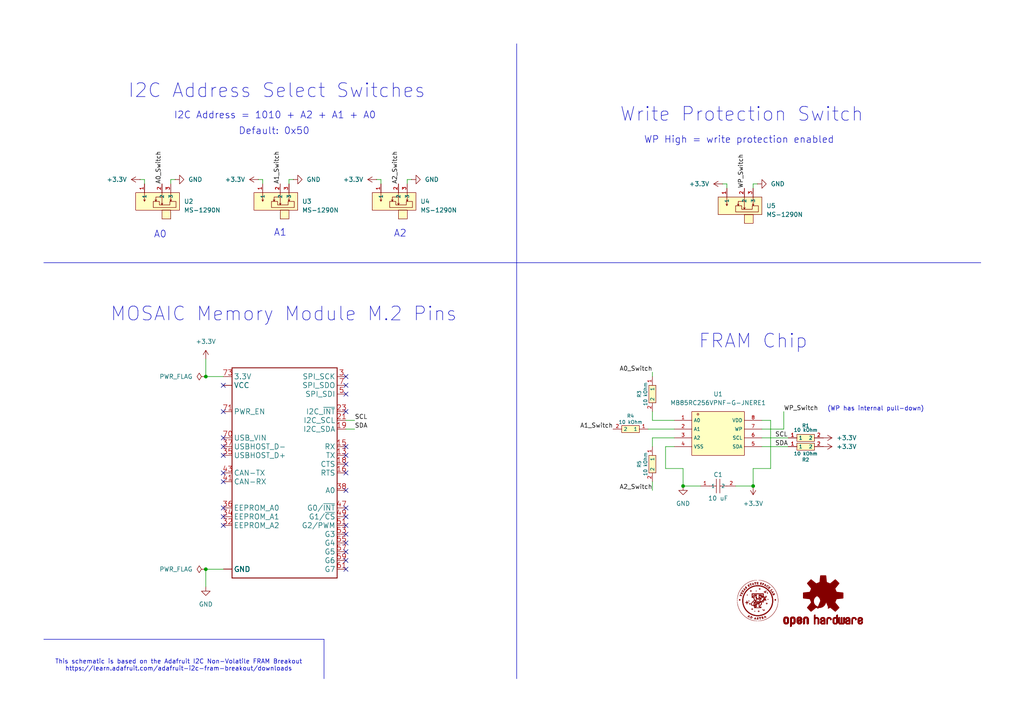
<source format=kicad_sch>
(kicad_sch (version 20250114) (generator "eeschema") (generator_version "9.0")
  (paper "A4")
  (title_block (title "MOSAIC I2C FRAM Memory Module") (date "2025-07-24") (rev "1.0") (company "Texas State Space Lab") (comment 1 "Copyright (c) 2022 - 2025"))
  (lib_symbols
    (symbol "fram_module_symbols:C_10uF_0603"
      (property "Reference" "C" (at 0 3.302 0))
      (property "Value" "10 uF" (at 0 -3.302 0))
      (symbol "C_10uF_0603_0_1"
        (pin unspecified line (at -5.08 0 0) (length 2.54) (name "1") (number "1"))
        (pin unspecified line (at 5.08 0 180) (length 2.54) (name "2") (number "2"))
      )
    )
    (symbol "fram_module_symbols:MB85RC256VPNF_FRAM"
      (property "Reference" "U" (at 0 1.27 0))
      (property "Value" "MB85RC256VPNF-G-JNERE1" (at 0 -7.874 0))
      (symbol "MB85RC256VPNF_FRAM_0_1"
        (pin unspecified line (at -12.7 3.81 0) (length 5.08) (name "A0") (number "1"))
        (pin unspecified line (at -12.7 1.27 0) (length 5.08) (name "A1") (number "2"))
        (pin unspecified line (at -12.7 -1.27 0) (length 5.08) (name "A2") (number "3"))
        (pin unspecified line (at -12.7 -3.81 0) (length 5.08) (name "VSS") (number "4"))
        (pin unspecified line (at 12.7 3.81 180) (length 5.08) (name "VDD") (number "8"))
        (pin unspecified line (at 12.7 1.27 180) (length 5.08) (name "WP") (number "7"))
        (pin unspecified line (at 12.7 -1.27 180) (length 5.08) (name "SCL") (number "6"))
        (pin unspecified line (at 12.7 -3.81 180) (length 5.08) (name "SDA") (number "5"))
      )
    )
    (symbol "fram_module_symbols:R_10kOhm_0603"
      (property "Reference" "R" (at 0 2.286 0))
      (property "Value" "10 kOhm" (at 0 -2.54 0))
      (symbol "R_10kOhm_0603_0_1"
        (pin input line (at -5.08 0 0) (length 2.54) (name "1") (number "1"))
        (pin input line (at 5.08 0 180) (length 2.54) (name "2") (number "2"))
      )
    )
    (symbol "fram_module_symbols:SMD_slide_switch"
      (property "Reference" "U" (at -8.636 0 0))
      (property "Value" "MS-1290N" (at 0 -6.858 0))
      (symbol "SMD_slide_switch_1_1"
        (pin unspecified line (at -5.08 5.08 270) (length 2.54) (name "1") (number "1"))
        (pin unspecified line (at 0 5.08 270) (length 2.54) (name "2") (number "2"))
        (pin unspecified line (at 2.54 5.08 270) (length 2.54) (name "3") (number "3"))
      )
    )
    (symbol "fram_module_symbols:mosaic_memory_standard"
      (symbol "mosaic_memory_standard_1_0"
        (pin bidirectional line (at -17.78 25.4 0) (length 2.54) (name "3.3V") (number "73"))
        (pin bidirectional line (at -17.78 22.86 0) (length 2.54) (name "VCC") (number "72"))
        (pin bidirectional line (at -17.78 22.86 0) (length 2.54) (name "VCC") (number "74"))
        (pin bidirectional line (at -17.78 15.24 0) (length 2.54) (name "PWR_EN") (number "71"))
        (pin bidirectional line (at -17.78 7.62 0) (length 2.54) (name "USB_VIN") (number "70"))
        (pin bidirectional line (at -17.78 5.08 0) (length 2.54) (name "USBHOST_D-") (number "37"))
        (pin bidirectional line (at -17.78 2.54 0) (length 2.54) (name "USBHOST_D+") (number "35"))
        (pin bidirectional line (at -17.78 -2.54 0) (length 2.54) (name "CAN-TX") (number "43"))
        (pin bidirectional line (at -17.78 -5.08 0) (length 2.54) (name "CAN-RX") (number "41"))
        (pin bidirectional line (at -17.78 -12.7 0) (length 2.54) (name "EEPROM_A0") (number "36"))
        (pin bidirectional line (at -17.78 -15.24 0) (length 2.54) (name "EEPROM_A1") (number "34"))
        (pin bidirectional line (at -17.78 -17.78 0) (length 2.54) (name "EEPROM_A2") (number "32"))
        (pin bidirectional line (at -17.78 -30.48 0) (length 2.54) (name "GND") (number "1"))
        (pin bidirectional line (at -17.78 -30.48 0) (length 2.54) (name "GND") (number "33"))
        (pin bidirectional line (at -17.78 -30.48 0) (length 2.54) (name "GND") (number "39"))
        (pin bidirectional line (at -17.78 -30.48 0) (length 2.54) (name "GND") (number "45"))
        (pin bidirectional line (at -17.78 -30.48 0) (length 2.54) (name "GND") (number "75"))
        (pin bidirectional line (at -17.78 -30.48 0) (length 2.54) (name "GND") (number "GND1"))
        (pin bidirectional line (at -17.78 -30.48 0) (length 2.54) (name "GND") (number "GND2"))
        (pin bidirectional line (at -17.78 -30.48 0) (length 2.54) (name "GND") (number "GND3"))
        (pin bidirectional line (at -17.78 -30.48 0) (length 2.54) (name "GND") (number "GND4"))
        (pin bidirectional line (at -17.78 -30.48 0) (length 2.54) (name "GND") (number "GND5"))
        (pin bidirectional line (at -17.78 -30.48 0) (length 2.54) (name "GND") (number "GND6"))
        (pin bidirectional line (at 17.78 25.4 180) (length 2.54) (name "SPI_SCK") (number "3"))
        (pin bidirectional line (at 17.78 22.86 180) (length 2.54) (name "SPI_SDO") (number "7"))
        (pin bidirectional line (at 17.78 20.32 180) (length 2.54) (name "SPI_SDI") (number "5"))
        (pin bidirectional line (at 17.78 15.24 180) (length 2.54) (name "I2C_~{INT}") (number "23"))
        (pin bidirectional line (at 17.78 12.7 180) (length 2.54) (name "I2C_SCL") (number "21"))
        (pin bidirectional line (at 17.78 10.16 180) (length 2.54) (name "I2C_SDA") (number "19"))
        (pin bidirectional line (at 17.78 5.08 180) (length 2.54) (name "RX") (number "15"))
        (pin bidirectional line (at 17.78 2.54 180) (length 2.54) (name "TX") (number "13"))
        (pin bidirectional line (at 17.78 0 180) (length 2.54) (name "CTS") (number "18"))
        (pin bidirectional line (at 17.78 -2.54 180) (length 2.54) (name "RTS") (number "16"))
        (pin bidirectional line (at 17.78 -7.62 180) (length 2.54) (name "A0") (number "38"))
        (pin bidirectional line (at 17.78 -12.7 180) (length 2.54) (name "G0/~{INT}") (number "47"))
        (pin bidirectional line (at 17.78 -15.24 180) (length 2.54) (name "G1/~{CS}") (number "49"))
        (pin bidirectional line (at 17.78 -17.78 180) (length 2.54) (name "G2/PWM") (number "51"))
        (pin bidirectional line (at 17.78 -20.32 180) (length 2.54) (name "G3") (number "53"))
        (pin bidirectional line (at 17.78 -22.86 180) (length 2.54) (name "G4") (number "55"))
        (pin bidirectional line (at 17.78 -25.4 180) (length 2.54) (name "G5") (number "57"))
        (pin bidirectional line (at 17.78 -27.94 180) (length 2.54) (name "G6") (number "59"))
        (pin bidirectional line (at 17.78 -30.48 180) (length 2.54) (name "G7") (number "61"))
      )
    )
    (symbol "fram_module_symbols:open_hardware_logo")
    (symbol "fram_module_symbols:space_lab_logo" (pin_names (offset 1.016)))
    (symbol "power:+3.3V" (power) (pin_numbers (hide yes)) (pin_names (offset 0) (hide yes))
      (property "Value" "+3.3V" (at 0 3.556 0))
      (symbol "+3.3V_1_1"
        (pin power_in line (at 0 0 90) (length 0) (name "~") (number "1"))
      )
    )
    (symbol "power:GND" (power) (pin_numbers (hide yes)) (pin_names (offset 0) (hide yes))
      (property "Value" "GND" (at 0 -3.81 0))
      (symbol "GND_1_1"
        (pin power_in line (at 0 0 270) (length 0) (name "~") (number "1"))
      )
    )
    (symbol "power:PWR_FLAG" (power) (pin_numbers (hide yes)) (pin_names (offset 0) (hide yes))
      (property "Value" "PWR_FLAG" (at 0 3.81 0))
      (symbol "PWR_FLAG_0_0"
        (pin power_out line (at 0 0 90) (length 0) (name "~") (number "1"))
      )
    )
  )
  (text "A0" (at 46.482 68.072 0) (effects (font (size 2 2))))
  (text "This schematic is based on the Adafruit I2C Non-Volatile FRAM Breakout\nhttps://learn.adafruit.com/adafruit-i2c-fram-breakout/downloads" (at 51.816 193.04 0) (effects (font (size 1.27 1.27))))
  (text "A2" (at 116.078 67.818 0) (effects (font (size 2 2))))
  (text "Write Protection Switch" (at 215.138 33.274 0) (effects (font (size 4 4))))
  (text "WP High = write protection enabled" (at 214.376 40.64 0) (effects (font (size 2 2))))
  (text "FRAM Chip" (at 218.44 99.06 0) (effects (font (size 4 4))))
  (text "I2C Address = 1010 + A2 + A1 + A0" (at 79.756 33.528 0) (effects (font (size 2 2))))
  (text "I2C Address Select Switches" (at 80.264 26.416 0) (effects (font (size 4 4))))
  (text "MOSAIC Memory Module M.2 Pins" (at 82.296 91.186 0) (effects (font (size 4 4))))
  (text "A1" (at 81.28 67.564 0) (effects (font (size 2 2))))
  (text "(WP has internal pull-down)" (at 254 118.618 0) (effects (font (size 1.27 1.27))))
  (text "Default: 0x50" (at 79.502 38.1 0) (effects (font (size 2 2))))
  (junction (at 59.69 109.22))
  (junction (at 59.69 165.1))
  (junction (at 198.12 140.97))
  (junction (at 218.44 140.97))
  (no_connect (at 64.77 111.76))
  (no_connect (at 64.77 147.32))
  (no_connect (at 100.33 142.24))
  (no_connect (at 100.33 129.54))
  (no_connect (at 64.77 119.38))
  (no_connect (at 64.77 129.54))
  (no_connect (at 100.33 149.86))
  (no_connect (at 100.33 147.32))
  (no_connect (at 100.33 162.56))
  (no_connect (at 100.33 114.3))
  (no_connect (at 100.33 152.4))
  (no_connect (at 100.33 160.02))
  (no_connect (at 100.33 111.76))
  (no_connect (at 100.33 119.38))
  (no_connect (at 64.77 139.7))
  (no_connect (at 64.77 149.86))
  (no_connect (at 100.33 134.62))
  (no_connect (at 64.77 137.16))
  (no_connect (at 64.77 127))
  (no_connect (at 100.33 157.48))
  (no_connect (at 64.77 132.08))
  (no_connect (at 100.33 165.1))
  (no_connect (at 100.33 132.08))
  (no_connect (at 100.33 109.22))
  (no_connect (at 100.33 137.16))
  (no_connect (at 100.33 154.94))
  (no_connect (at 64.77 152.4))
  (wire (pts (xy 118.11 52.07) (xy 118.11 53.34)))
  (wire (pts (xy 209.55 53.34) (xy 210.82 53.34)))
  (wire (pts (xy 187.96 124.46) (xy 195.58 124.46)))
  (wire (pts (xy 59.69 104.14) (xy 59.69 109.22)))
  (wire (pts (xy 223.52 135.89) (xy 218.44 135.89)))
  (wire (pts (xy 109.22 52.07) (xy 110.49 52.07)))
  (wire (pts (xy 219.71 53.34) (xy 218.44 53.34)))
  (wire (pts (xy 189.23 139.7) (xy 189.23 142.24)))
  (wire (pts (xy 193.04 129.54) (xy 193.04 135.89)))
  (wire (pts (xy 223.52 121.92) (xy 223.52 135.89)))
  (polyline (pts (xy 12.7 76.2) (xy 284.48 76.2)))
  (wire (pts (xy 74.93 52.07) (xy 76.2 52.07)))
  (wire (pts (xy 119.38 52.07) (xy 118.11 52.07)))
  (wire (pts (xy 59.69 165.1) (xy 64.77 165.1)))
  (wire (pts (xy 189.23 119.38) (xy 189.23 121.92)))
  (wire (pts (xy 220.98 127) (xy 228.6 127)))
  (wire (pts (xy 218.44 53.34) (xy 218.44 54.61)))
  (wire (pts (xy 213.36 140.97) (xy 218.44 140.97)))
  (wire (pts (xy 85.09 52.07) (xy 83.82 52.07)))
  (wire (pts (xy 83.82 52.07) (xy 83.82 53.34)))
  (wire (pts (xy 59.69 109.22) (xy 64.77 109.22)))
  (wire (pts (xy 189.23 127) (xy 189.23 129.54)))
  (wire (pts (xy 110.49 52.07) (xy 110.49 53.34)))
  (wire (pts (xy 195.58 129.54) (xy 193.04 129.54)))
  (wire (pts (xy 193.04 135.89) (xy 198.12 135.89)))
  (wire (pts (xy 227.33 119.38) (xy 227.33 124.46)))
  (wire (pts (xy 100.33 121.92) (xy 102.87 121.92)))
  (wire (pts (xy 189.23 107.95) (xy 189.23 109.22)))
  (wire (pts (xy 189.23 127) (xy 195.58 127)))
  (wire (pts (xy 40.64 52.07) (xy 41.91 52.07)))
  (wire (pts (xy 76.2 52.07) (xy 76.2 53.34)))
  (wire (pts (xy 189.23 121.92) (xy 195.58 121.92)))
  (wire (pts (xy 220.98 124.46) (xy 227.33 124.46)))
  (wire (pts (xy 220.98 121.92) (xy 223.52 121.92)))
  (wire (pts (xy 220.98 129.54) (xy 228.6 129.54)))
  (wire (pts (xy 210.82 53.34) (xy 210.82 54.61)))
  (wire (pts (xy 41.91 52.07) (xy 41.91 53.34)))
  (wire (pts (xy 49.53 52.07) (xy 50.8 52.07)))
  (polyline (pts (xy 149.86 12.7) (xy 149.86 196.85)))
  (wire (pts (xy 218.44 135.89) (xy 218.44 140.97)))
  (wire (pts (xy 49.53 53.34) (xy 49.53 52.07)))
  (wire (pts (xy 100.33 124.46) (xy 102.87 124.46)))
  (wire (pts (xy 59.69 170.18) (xy 59.69 165.1)))
  (polyline (pts (xy 93.98 185.42) (xy 93.98 196.85)))
  (polyline (pts (xy 12.7 185.42) (xy 93.98 185.42)))
  (wire (pts (xy 198.12 135.89) (xy 198.12 140.97)))
  (wire (pts (xy 198.12 140.97) (xy 203.2 140.97)))
  (label "SCL" (at 102.87 121.92 0))
  (label "SDA" (at 102.87 124.46 0))
  (label "A2_Switch" (at 115.57 53.34 90))
  (label "WP_Switch" (at 215.9 54.61 90))
  (label "SDA" (at 224.79 129.54 0))
  (label "A0_Switch" (at 46.99 53.34 90))
  (label "A1_Switch" (at 81.28 53.34 90))
  (label "A1_Switch" (at 177.8 124.46 180))
  (label "SCL" (at 224.79 127 0))
  (label "A2_Switch" (at 189.23 142.24 180))
  (label "A0_Switch" (at 189.23 107.95 180))
  (label "WP_Switch" (at 227.33 119.38 0))
  (symbol (lib_id "power:GND") (at 50.8 52.07 90) (unit 1)
    (property "Reference" "#PWR07" (effects (hide yes)))
    (property "Value" "GND" (at 54.61 52.0699 90) (effects (justify right)))
    (property "Description" "Power symbol creates a global label with name \"GND\" , ground" (effects (hide yes)))
  )
  (symbol (lib_id "power:GND") (at 85.09 52.07 90) (unit 1)
    (property "Reference" "#PWR09" (effects (hide yes)))
    (property "Value" "GND" (at 88.9 52.0699 90) (effects (justify right)))
    (property "Description" "Power symbol creates a global label with name \"GND\" , ground" (effects (hide yes)))
  )
  (symbol (lib_id "fram_module_symbols:SMD_slide_switch") (at 215.9 59.69 0) (unit 1)
    (property "Reference" "U5" (at 222.25 59.6899 0) (effects (justify left)))
    (property "Value" "MS-1290N" (at 222.25 62.2299 0) (effects (justify left)))
    (property "Footprint" "fram_memory_module_footprints:SMD_slide_switch" (effects (hide yes)))
    (property "Datasheet" "https://atta.szlcsc.com/upload/public/pdf/source/20231103/82F81646654378492CCF91560DF9FB0A.pdf" (effects (hide yes)))
    (property "Description" "https://jlcpcb.com/partdetail/Sofng-MS1290N/C19188866" (effects (hide yes)))
    (property "LCSC" "C19188866" (effects (hide yes)))
  )
  (symbol (lib_id "fram_module_symbols:space_lab_logo") (at 219.71 173.99 0) (unit 1) (in_bom no) (on_board no)
    (property "Reference" "#G1" (effects (hide yes)))
    (property "Value" "TXST_Space_Lab_Logo" (effects (hide yes)))
    (property "Footprint" "memory_module_footprints:SL_Logo" (effects (hide yes)))
  )
  (symbol (lib_id "power:GND") (at 198.12 140.97 0) (unit 1)
    (property "Reference" "#PWR04" (effects (hide yes)))
    (property "Value" "GND" (at 198.12 146.05 0))
    (property "Description" "Power symbol creates a global label with name \"GND\" , ground" (effects (hide yes)))
  )
  (symbol (lib_id "fram_module_symbols:R_10kOhm_0603") (at 189.23 114.3 270) (unit 1)
    (property "Reference" "R3" (at 185.42 114.3 0) (effects (font (size 1 1))))
    (property "Value" "10 kOhm" (at 187.198 114.3 0) (effects (font (size 1 1))))
    (property "Footprint" "fram_memory_module_footprints:R0603" (effects (hide yes)))
    (property "Datasheet" "https://www.mouser.in/datasheet/2/447/PYu_RT_1_to_0_01_RoHS_L_11-1669912.pdf" (effects (hide yes)))
    (property "Description" "https://jlcpcb.com/partdetail/26547-0603WAF1002T5E/C25804" (effects (hide yes)))
    (property "LCSC" "C25804" (effects (hide yes)))
  )
  (symbol (lib_id "fram_module_symbols:R_10kOhm_0603") (at 182.88 124.46 180) (unit 1)
    (property "Reference" "R4" (at 182.88 120.65 0) (effects (font (size 1 1))))
    (property "Value" "10 kOhm" (at 182.88 122.428 0) (effects (font (size 1 1))))
    (property "Footprint" "fram_memory_module_footprints:R0603" (effects (hide yes)))
    (property "Datasheet" "https://www.mouser.in/datasheet/2/447/PYu_RT_1_to_0_01_RoHS_L_11-1669912.pdf" (effects (hide yes)))
    (property "Description" "https://jlcpcb.com/partdetail/26547-0603WAF1002T5E/C25804" (effects (hide yes)))
    (property "LCSC" "C25804" (effects (hide yes)))
  )
  (symbol (lib_id "fram_module_symbols:SMD_slide_switch") (at 46.99 58.42 0) (unit 1)
    (property "Reference" "U2" (at 53.34 58.4199 0) (effects (justify left)))
    (property "Value" "MS-1290N" (at 53.34 60.9599 0) (effects (justify left)))
    (property "Footprint" "fram_memory_module_footprints:SMD_slide_switch" (effects (hide yes)))
    (property "Datasheet" "https://atta.szlcsc.com/upload/public/pdf/source/20231103/82F81646654378492CCF91560DF9FB0A.pdf" (effects (hide yes)))
    (property "Description" "https://jlcpcb.com/partdetail/Sofng-MS1290N/C19188866" (effects (hide yes)))
    (property "LCSC" "C19188866" (effects (hide yes)))
  )
  (symbol (lib_id "power:GND") (at 219.71 53.34 90) (unit 1)
    (property "Reference" "#PWR011" (effects (hide yes)))
    (property "Value" "GND" (at 223.52 53.3399 90) (effects (justify right)))
    (property "Description" "Power symbol creates a global label with name \"GND\" , ground" (effects (hide yes)))
  )
  (symbol (lib_id "fram_module_symbols:SMD_slide_switch") (at 115.57 58.42 0) (unit 1)
    (property "Reference" "U4" (at 121.92 58.4199 0) (effects (justify left)))
    (property "Value" "MS-1290N" (at 121.92 60.9599 0) (effects (justify left)))
    (property "Footprint" "fram_memory_module_footprints:SMD_slide_switch" (effects (hide yes)))
    (property "Datasheet" "https://atta.szlcsc.com/upload/public/pdf/source/20231103/82F81646654378492CCF91560DF9FB0A.pdf" (effects (hide yes)))
    (property "Description" "https://jlcpcb.com/partdetail/Sofng-MS1290N/C19188866" (effects (hide yes)))
    (property "LCSC" "C19188866" (effects (hide yes)))
  )
  (symbol (lib_id "fram_module_symbols:SMD_slide_switch") (at 81.28 58.42 0) (unit 1)
    (property "Reference" "U3" (at 87.63 58.4199 0) (effects (justify left)))
    (property "Value" "MS-1290N" (at 87.63 60.9599 0) (effects (justify left)))
    (property "Footprint" "fram_memory_module_footprints:SMD_slide_switch" (effects (hide yes)))
    (property "Datasheet" "https://atta.szlcsc.com/upload/public/pdf/source/20231103/82F81646654378492CCF91560DF9FB0A.pdf" (effects (hide yes)))
    (property "Description" "https://jlcpcb.com/partdetail/Sofng-MS1290N/C19188866" (effects (hide yes)))
    (property "LCSC" "C19188866" (effects (hide yes)))
  )
  (symbol (lib_id "fram_module_symbols:open_hardware_logo") (at 238.76 172.72 0) (unit 1) (in_bom no) (on_board no)
    (property "Reference" "LOGO1" (effects (hide yes)))
    (property "Footprint" "memory_module_footprints:open_hardware_logo" (effects (hide yes)))
  )
  (symbol (lib_id "power:+3.3V") (at 238.76 127 270) (unit 1)
    (property "Reference" "#PWR05" (effects (hide yes)))
    (property "Value" "+3.3V" (at 242.57 126.9999 90) (effects (justify left)))
    (property "Description" "Power symbol creates a global label with name \"+3.3V\"" (effects (hide yes)))
  )
  (symbol (lib_id "power:PWR_FLAG") (at 59.69 165.1 90) (unit 1)
    (property "Reference" "#FLG02" (effects (hide yes)))
    (property "Value" "PWR_FLAG" (at 55.88 165.0999 90) (effects (justify left)))
    (property "Description" "Special symbol for telling ERC where power comes from" (effects (hide yes)))
  )
  (symbol (lib_id "power:+3.3V") (at 209.55 53.34 90) (unit 1)
    (property "Reference" "#PWR014" (effects (hide yes)))
    (property "Value" "+3.3V" (at 205.74 53.3399 90) (effects (justify left)))
    (property "Description" "Power symbol creates a global label with name \"+3.3V\"" (effects (hide yes)))
  )
  (symbol (lib_id "power:+3.3V") (at 40.64 52.07 90) (unit 1)
    (property "Reference" "#PWR08" (effects (hide yes)))
    (property "Value" "+3.3V" (at 36.83 52.0699 90) (effects (justify left)))
    (property "Description" "Power symbol creates a global label with name \"+3.3V\"" (effects (hide yes)))
  )
  (symbol (lib_id "fram_module_symbols:R_10kOhm_0603") (at 233.68 129.54 0) (unit 1)
    (property "Reference" "R2" (at 233.68 133.35 0) (effects (font (size 1 1))))
    (property "Value" "10 kOhm" (at 233.68 131.572 0) (effects (font (size 1 1))))
    (property "Footprint" "fram_memory_module_footprints:R0603" (effects (hide yes)))
    (property "Datasheet" "https://www.mouser.in/datasheet/2/447/PYu_RT_1_to_0_01_RoHS_L_11-1669912.pdf" (effects (hide yes)))
    (property "Description" "https://jlcpcb.com/partdetail/26547-0603WAF1002T5E/C25804" (effects (hide yes)))
    (property "LCSC" "C25804" (effects (hide yes)))
  )
  (symbol (lib_id "fram_module_symbols:mosaic_memory_standard") (at 82.55 134.62 0) (unit 1)
    (property "Reference" "J1" (effects (hide yes)))
    (property "Footprint" "fram_memory_module_footprints:M.2-CARD-E-22_MEMORY_STANDARD" (effects (hide yes)))
  )
  (symbol (lib_id "fram_module_symbols:C_10uF_0603") (at 208.28 140.97 0) (unit 1)
    (property "Reference" "C1" (at 208.28 137.668 0))
    (property "Value" "10 uF" (at 208.28 144.526 0))
    (property "Footprint" "fram_memory_module_footprints:C0603" (effects (hide yes)))
    (property "Datasheet" "https://jlcpcb.com/api/file/downloadByFileSystemAccessId/8579707107920437248" (effects (hide yes)))
    (property "Description" "https://jlcpcb.com/partdetail/20411-CL10A106KP8NNNC/C19702" (effects (hide yes)))
    (property "LCSC" "C19702" (effects (hide yes)))
  )
  (symbol (lib_id "power:+3.3V") (at 109.22 52.07 90) (unit 1)
    (property "Reference" "#PWR013" (effects (hide yes)))
    (property "Value" "+3.3V" (at 105.41 52.0699 90) (effects (justify left)))
    (property "Description" "Power symbol creates a global label with name \"+3.3V\"" (effects (hide yes)))
  )
  (symbol (lib_id "power:GND") (at 119.38 52.07 90) (unit 1)
    (property "Reference" "#PWR010" (effects (hide yes)))
    (property "Value" "GND" (at 123.19 52.0699 90) (effects (justify right)))
    (property "Description" "Power symbol creates a global label with name \"GND\" , ground" (effects (hide yes)))
  )
  (symbol (lib_id "power:+3.3V") (at 74.93 52.07 90) (unit 1)
    (property "Reference" "#PWR012" (effects (hide yes)))
    (property "Value" "+3.3V" (at 71.12 52.0699 90) (effects (justify left)))
    (property "Description" "Power symbol creates a global label with name \"+3.3V\"" (effects (hide yes)))
  )
  (symbol (lib_id "power:+3.3V") (at 218.44 140.97 180) (unit 1)
    (property "Reference" "#PWR03" (effects (hide yes)))
    (property "Value" "+3.3V" (at 218.44 146.05 0))
    (property "Description" "Power symbol creates a global label with name \"+3.3V\"" (effects (hide yes)))
  )
  (symbol (lib_id "power:GND") (at 59.69 170.18 0) (unit 1)
    (property "Reference" "#PWR02" (effects (hide yes)))
    (property "Value" "GND" (at 59.69 175.26 0))
    (property "Description" "Power symbol creates a global label with name \"GND\" , ground" (effects (hide yes)))
  )
  (symbol (lib_id "fram_module_symbols:R_10kOhm_0603") (at 189.23 134.62 270) (unit 1)
    (property "Reference" "R5" (at 185.42 134.62 0) (effects (font (size 1 1))))
    (property "Value" "10 kOhm" (at 187.198 134.62 0) (effects (font (size 1 1))))
    (property "Footprint" "fram_memory_module_footprints:R0603" (effects (hide yes)))
    (property "Datasheet" "https://www.mouser.in/datasheet/2/447/PYu_RT_1_to_0_01_RoHS_L_11-1669912.pdf" (effects (hide yes)))
    (property "Description" "https://jlcpcb.com/partdetail/26547-0603WAF1002T5E/C25804" (effects (hide yes)))
    (property "LCSC" "C25804" (effects (hide yes)))
  )
  (symbol (lib_id "fram_module_symbols:R_10kOhm_0603") (at 233.68 127 0) (unit 1)
    (property "Reference" "R1" (at 233.68 123.444 0) (effects (font (size 1 1))))
    (property "Value" "10 kOhm" (at 233.68 124.714 0) (effects (font (size 1 1))))
    (property "Footprint" "fram_memory_module_footprints:R0603" (effects (hide yes)))
    (property "Datasheet" "https://www.mouser.in/datasheet/2/447/PYu_RT_1_to_0_01_RoHS_L_11-1669912.pdf" (effects (hide yes)))
    (property "Description" "https://jlcpcb.com/partdetail/26547-0603WAF1002T5E/C25804" (effects (hide yes)))
    (property "LCSC" "C25804" (effects (hide yes)))
  )
  (symbol (lib_id "fram_module_symbols:MB85RC256VPNF_FRAM") (at 208.28 125.73 0) (unit 1)
    (property "Reference" "U1" (at 208.28 114.3 0))
    (property "Value" "MB85RC256VPNF-G-JNERE1" (at 208.28 116.84 0))
    (property "Footprint" "fram_memory_module_footprints:MB85RC256_FRAM" (effects (hide yes)))
    (property "Datasheet" "https://www.ramxeed.com/assets/images/products/datasheet/FeRAM/i3/MB85RC256V-DS11v1-E.pdf" (effects (hide yes)))
    (property "Description" "https://jlcpcb.com/partdetail/RAMXEEDFUJITSU-MB85RC256VPNF_GJNERE1/C47538" (effects (hide yes)))
    (property "LCSC" "C47538" (effects (hide yes)))
  )
  (symbol (lib_id "power:+3.3V") (at 59.69 104.14 0) (unit 1)
    (property "Reference" "#PWR01" (effects (hide yes)))
    (property "Value" "+3.3V" (at 59.69 99.06 0))
    (property "Description" "Power symbol creates a global label with name \"+3.3V\"" (effects (hide yes)))
  )
  (symbol (lib_id "power:PWR_FLAG") (at 59.69 109.22 90) (unit 1)
    (property "Reference" "#FLG01" (effects (hide yes)))
    (property "Value" "PWR_FLAG" (at 55.88 109.2199 90) (effects (justify left)))
    (property "Description" "Special symbol for telling ERC where power comes from" (effects (hide yes)))
  )
  (symbol (lib_id "power:+3.3V") (at 238.76 129.54 270) (unit 1)
    (property "Reference" "#PWR06" (effects (hide yes)))
    (property "Value" "+3.3V" (at 242.57 129.5399 90) (effects (justify left)))
    (property "Description" "Power symbol creates a global label with name \"+3.3V\"" (effects (hide yes)))
  )
)
</source>
